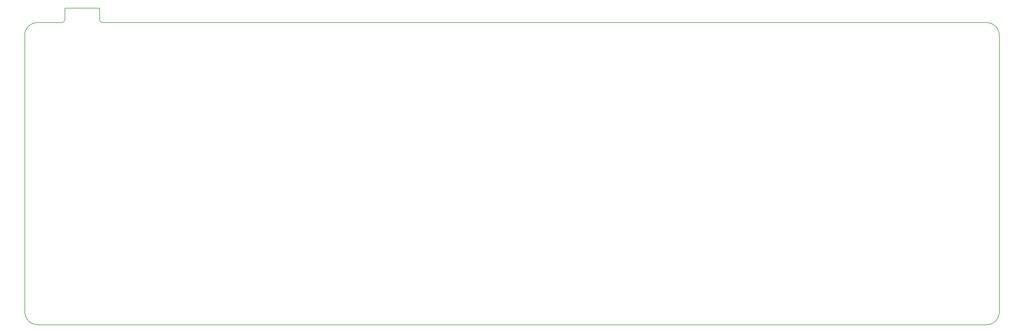
<source format=gm1>
G04 #@! TF.GenerationSoftware,KiCad,Pcbnew,(5.1.5)-3*
G04 #@! TF.CreationDate,2020-06-04T02:19:38-07:00*
G04 #@! TF.ProjectId,Voyager60,566f7961-6765-4723-9630-2e6b69636164,rev?*
G04 #@! TF.SameCoordinates,Original*
G04 #@! TF.FileFunction,Profile,NP*
%FSLAX46Y46*%
G04 Gerber Fmt 4.6, Leading zero omitted, Abs format (unit mm)*
G04 Created by KiCad (PCBNEW (5.1.5)-3) date 2020-06-04 02:19:38*
%MOMM*%
%LPD*%
G04 APERTURE LIST*
%ADD10C,0.200000*%
G04 APERTURE END LIST*
D10*
X325767500Y-27020000D02*
X325767499Y-113070000D01*
X35797499Y-22019999D02*
X35797500Y-18519999D01*
X46562500Y-18519999D02*
X46562501Y-22019999D01*
X23333923Y-27021485D02*
G75*
G02X27333924Y-23019998I4000000J1487D01*
G01*
X35797498Y-22019998D02*
G75*
G02X34797499Y-23019999I-1000000J-1D01*
G01*
X23366014Y-113071487D02*
X23333923Y-27021485D01*
X27366012Y-117069998D02*
G75*
G02X23366014Y-113071487I0J3999998D01*
G01*
X321767500Y-23020000D02*
G75*
G02X325767500Y-27020000I0J-4000000D01*
G01*
X35797500Y-18519999D02*
X46562500Y-18519999D01*
X47562501Y-23019999D02*
X321767500Y-23020000D01*
X325767499Y-113070000D02*
G75*
G02X321767500Y-117069999I-3999999J0D01*
G01*
X47562501Y-23019999D02*
G75*
G02X46562501Y-22019999I0J1000000D01*
G01*
X321767500Y-117069999D02*
X27366011Y-117069998D01*
X27333924Y-23019998D02*
X34797499Y-23019999D01*
M02*

</source>
